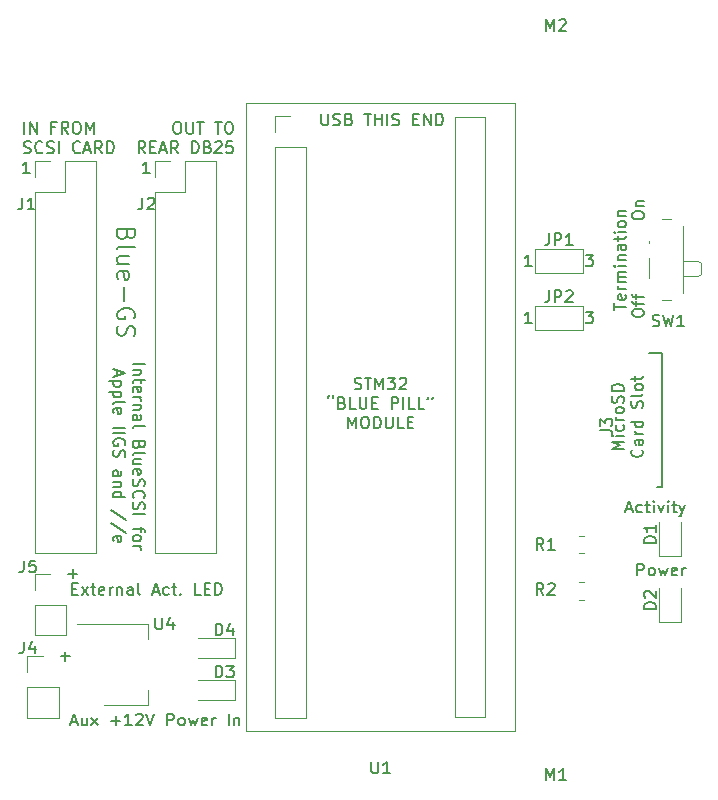
<source format=gbr>
%TF.GenerationSoftware,KiCad,Pcbnew,(5.1.8-0-10_14)*%
%TF.CreationDate,2021-05-17T09:41:11-06:00*%
%TF.ProjectId,bluescsi_iigs_internal,626c7565-7363-4736-995f-696967735f69,rev?*%
%TF.SameCoordinates,Original*%
%TF.FileFunction,Legend,Top*%
%TF.FilePolarity,Positive*%
%FSLAX46Y46*%
G04 Gerber Fmt 4.6, Leading zero omitted, Abs format (unit mm)*
G04 Created by KiCad (PCBNEW (5.1.8-0-10_14)) date 2021-05-17 09:41:11*
%MOMM*%
%LPD*%
G01*
G04 APERTURE LIST*
%ADD10C,0.150000*%
%ADD11C,0.120000*%
%ADD12C,0.200000*%
G04 APERTURE END LIST*
D10*
X133939595Y-89463571D02*
X134272928Y-89463571D01*
X134415785Y-89987380D02*
X133939595Y-89987380D01*
X133939595Y-88987380D01*
X134415785Y-88987380D01*
X134749119Y-89987380D02*
X135272928Y-89320714D01*
X134749119Y-89320714D02*
X135272928Y-89987380D01*
X135511023Y-89320714D02*
X135891976Y-89320714D01*
X135653880Y-88987380D02*
X135653880Y-89844523D01*
X135701500Y-89939761D01*
X135796738Y-89987380D01*
X135891976Y-89987380D01*
X136606261Y-89939761D02*
X136511023Y-89987380D01*
X136320547Y-89987380D01*
X136225309Y-89939761D01*
X136177690Y-89844523D01*
X136177690Y-89463571D01*
X136225309Y-89368333D01*
X136320547Y-89320714D01*
X136511023Y-89320714D01*
X136606261Y-89368333D01*
X136653880Y-89463571D01*
X136653880Y-89558809D01*
X136177690Y-89654047D01*
X137082452Y-89987380D02*
X137082452Y-89320714D01*
X137082452Y-89511190D02*
X137130071Y-89415952D01*
X137177690Y-89368333D01*
X137272928Y-89320714D01*
X137368166Y-89320714D01*
X137701500Y-89320714D02*
X137701500Y-89987380D01*
X137701500Y-89415952D02*
X137749119Y-89368333D01*
X137844357Y-89320714D01*
X137987214Y-89320714D01*
X138082452Y-89368333D01*
X138130071Y-89463571D01*
X138130071Y-89987380D01*
X139034833Y-89987380D02*
X139034833Y-89463571D01*
X138987214Y-89368333D01*
X138891976Y-89320714D01*
X138701500Y-89320714D01*
X138606261Y-89368333D01*
X139034833Y-89939761D02*
X138939595Y-89987380D01*
X138701500Y-89987380D01*
X138606261Y-89939761D01*
X138558642Y-89844523D01*
X138558642Y-89749285D01*
X138606261Y-89654047D01*
X138701500Y-89606428D01*
X138939595Y-89606428D01*
X139034833Y-89558809D01*
X139653880Y-89987380D02*
X139558642Y-89939761D01*
X139511023Y-89844523D01*
X139511023Y-88987380D01*
X140749119Y-89701666D02*
X141225309Y-89701666D01*
X140653880Y-89987380D02*
X140987214Y-88987380D01*
X141320547Y-89987380D01*
X142082452Y-89939761D02*
X141987214Y-89987380D01*
X141796738Y-89987380D01*
X141701500Y-89939761D01*
X141653880Y-89892142D01*
X141606261Y-89796904D01*
X141606261Y-89511190D01*
X141653880Y-89415952D01*
X141701500Y-89368333D01*
X141796738Y-89320714D01*
X141987214Y-89320714D01*
X142082452Y-89368333D01*
X142368166Y-89320714D02*
X142749119Y-89320714D01*
X142511023Y-88987380D02*
X142511023Y-89844523D01*
X142558642Y-89939761D01*
X142653880Y-89987380D01*
X142749119Y-89987380D01*
X143082452Y-89892142D02*
X143130071Y-89939761D01*
X143082452Y-89987380D01*
X143034833Y-89939761D01*
X143082452Y-89892142D01*
X143082452Y-89987380D01*
X144796738Y-89987380D02*
X144320547Y-89987380D01*
X144320547Y-88987380D01*
X145130071Y-89463571D02*
X145463404Y-89463571D01*
X145606261Y-89987380D02*
X145130071Y-89987380D01*
X145130071Y-88987380D01*
X145606261Y-88987380D01*
X146034833Y-89987380D02*
X146034833Y-88987380D01*
X146272928Y-88987380D01*
X146415785Y-89035000D01*
X146511023Y-89130238D01*
X146558642Y-89225476D01*
X146606261Y-89415952D01*
X146606261Y-89558809D01*
X146558642Y-89749285D01*
X146511023Y-89844523D01*
X146415785Y-89939761D01*
X146272928Y-89987380D01*
X146034833Y-89987380D01*
X134365952Y-88193571D02*
X133604047Y-88193571D01*
X133985000Y-87812619D02*
X133985000Y-88574523D01*
X138537142Y-59500000D02*
X138465714Y-59714285D01*
X138394285Y-59785714D01*
X138251428Y-59857142D01*
X138037142Y-59857142D01*
X137894285Y-59785714D01*
X137822857Y-59714285D01*
X137751428Y-59571428D01*
X137751428Y-59000000D01*
X139251428Y-59000000D01*
X139251428Y-59500000D01*
X139180000Y-59642857D01*
X139108571Y-59714285D01*
X138965714Y-59785714D01*
X138822857Y-59785714D01*
X138680000Y-59714285D01*
X138608571Y-59642857D01*
X138537142Y-59500000D01*
X138537142Y-59000000D01*
X137751428Y-60714285D02*
X137822857Y-60571428D01*
X137965714Y-60500000D01*
X139251428Y-60500000D01*
X138751428Y-61928571D02*
X137751428Y-61928571D01*
X138751428Y-61285714D02*
X137965714Y-61285714D01*
X137822857Y-61357142D01*
X137751428Y-61500000D01*
X137751428Y-61714285D01*
X137822857Y-61857142D01*
X137894285Y-61928571D01*
X137822857Y-63214285D02*
X137751428Y-63071428D01*
X137751428Y-62785714D01*
X137822857Y-62642857D01*
X137965714Y-62571428D01*
X138537142Y-62571428D01*
X138680000Y-62642857D01*
X138751428Y-62785714D01*
X138751428Y-63071428D01*
X138680000Y-63214285D01*
X138537142Y-63285714D01*
X138394285Y-63285714D01*
X138251428Y-62571428D01*
X138322857Y-63928571D02*
X138322857Y-65071428D01*
X139180000Y-66571428D02*
X139251428Y-66428571D01*
X139251428Y-66214285D01*
X139180000Y-66000000D01*
X139037142Y-65857142D01*
X138894285Y-65785714D01*
X138608571Y-65714285D01*
X138394285Y-65714285D01*
X138108571Y-65785714D01*
X137965714Y-65857142D01*
X137822857Y-66000000D01*
X137751428Y-66214285D01*
X137751428Y-66357142D01*
X137822857Y-66571428D01*
X137894285Y-66642857D01*
X138394285Y-66642857D01*
X138394285Y-66357142D01*
X137822857Y-67214285D02*
X137751428Y-67428571D01*
X137751428Y-67785714D01*
X137822857Y-67928571D01*
X137894285Y-68000000D01*
X138037142Y-68071428D01*
X138180000Y-68071428D01*
X138322857Y-68000000D01*
X138394285Y-67928571D01*
X138465714Y-67785714D01*
X138537142Y-67500000D01*
X138608571Y-67357142D01*
X138680000Y-67285714D01*
X138822857Y-67214285D01*
X138965714Y-67214285D01*
X139108571Y-67285714D01*
X139180000Y-67357142D01*
X139251428Y-67500000D01*
X139251428Y-67857142D01*
X139180000Y-68071428D01*
X133730952Y-95178571D02*
X132969047Y-95178571D01*
X133350000Y-94797619D02*
X133350000Y-95559523D01*
X133827142Y-100750666D02*
X134303333Y-100750666D01*
X133731904Y-101036380D02*
X134065238Y-100036380D01*
X134398571Y-101036380D01*
X135160476Y-100369714D02*
X135160476Y-101036380D01*
X134731904Y-100369714D02*
X134731904Y-100893523D01*
X134779523Y-100988761D01*
X134874761Y-101036380D01*
X135017619Y-101036380D01*
X135112857Y-100988761D01*
X135160476Y-100941142D01*
X135541428Y-101036380D02*
X136065238Y-100369714D01*
X135541428Y-100369714D02*
X136065238Y-101036380D01*
X137208095Y-100655428D02*
X137970000Y-100655428D01*
X137589047Y-101036380D02*
X137589047Y-100274476D01*
X138970000Y-101036380D02*
X138398571Y-101036380D01*
X138684285Y-101036380D02*
X138684285Y-100036380D01*
X138589047Y-100179238D01*
X138493809Y-100274476D01*
X138398571Y-100322095D01*
X139350952Y-100131619D02*
X139398571Y-100084000D01*
X139493809Y-100036380D01*
X139731904Y-100036380D01*
X139827142Y-100084000D01*
X139874761Y-100131619D01*
X139922380Y-100226857D01*
X139922380Y-100322095D01*
X139874761Y-100464952D01*
X139303333Y-101036380D01*
X139922380Y-101036380D01*
X140208095Y-100036380D02*
X140541428Y-101036380D01*
X140874761Y-100036380D01*
X141970000Y-101036380D02*
X141970000Y-100036380D01*
X142350952Y-100036380D01*
X142446190Y-100084000D01*
X142493809Y-100131619D01*
X142541428Y-100226857D01*
X142541428Y-100369714D01*
X142493809Y-100464952D01*
X142446190Y-100512571D01*
X142350952Y-100560190D01*
X141970000Y-100560190D01*
X143112857Y-101036380D02*
X143017619Y-100988761D01*
X142970000Y-100941142D01*
X142922380Y-100845904D01*
X142922380Y-100560190D01*
X142970000Y-100464952D01*
X143017619Y-100417333D01*
X143112857Y-100369714D01*
X143255714Y-100369714D01*
X143350952Y-100417333D01*
X143398571Y-100464952D01*
X143446190Y-100560190D01*
X143446190Y-100845904D01*
X143398571Y-100941142D01*
X143350952Y-100988761D01*
X143255714Y-101036380D01*
X143112857Y-101036380D01*
X143779523Y-100369714D02*
X143970000Y-101036380D01*
X144160476Y-100560190D01*
X144350952Y-101036380D01*
X144541428Y-100369714D01*
X145303333Y-100988761D02*
X145208095Y-101036380D01*
X145017619Y-101036380D01*
X144922380Y-100988761D01*
X144874761Y-100893523D01*
X144874761Y-100512571D01*
X144922380Y-100417333D01*
X145017619Y-100369714D01*
X145208095Y-100369714D01*
X145303333Y-100417333D01*
X145350952Y-100512571D01*
X145350952Y-100607809D01*
X144874761Y-100703047D01*
X145779523Y-101036380D02*
X145779523Y-100369714D01*
X145779523Y-100560190D02*
X145827142Y-100464952D01*
X145874761Y-100417333D01*
X145970000Y-100369714D01*
X146065238Y-100369714D01*
X147160476Y-101036380D02*
X147160476Y-100036380D01*
X147636666Y-100369714D02*
X147636666Y-101036380D01*
X147636666Y-100464952D02*
X147684285Y-100417333D01*
X147779523Y-100369714D01*
X147922380Y-100369714D01*
X148017619Y-100417333D01*
X148065238Y-100512571D01*
X148065238Y-101036380D01*
X180602380Y-77668095D02*
X179602380Y-77668095D01*
X180316666Y-77334761D01*
X179602380Y-77001428D01*
X180602380Y-77001428D01*
X180602380Y-76525238D02*
X179935714Y-76525238D01*
X179602380Y-76525238D02*
X179650000Y-76572857D01*
X179697619Y-76525238D01*
X179650000Y-76477619D01*
X179602380Y-76525238D01*
X179697619Y-76525238D01*
X180554761Y-75620476D02*
X180602380Y-75715714D01*
X180602380Y-75906190D01*
X180554761Y-76001428D01*
X180507142Y-76049047D01*
X180411904Y-76096666D01*
X180126190Y-76096666D01*
X180030952Y-76049047D01*
X179983333Y-76001428D01*
X179935714Y-75906190D01*
X179935714Y-75715714D01*
X179983333Y-75620476D01*
X180602380Y-75191904D02*
X179935714Y-75191904D01*
X180126190Y-75191904D02*
X180030952Y-75144285D01*
X179983333Y-75096666D01*
X179935714Y-75001428D01*
X179935714Y-74906190D01*
X180602380Y-74430000D02*
X180554761Y-74525238D01*
X180507142Y-74572857D01*
X180411904Y-74620476D01*
X180126190Y-74620476D01*
X180030952Y-74572857D01*
X179983333Y-74525238D01*
X179935714Y-74430000D01*
X179935714Y-74287142D01*
X179983333Y-74191904D01*
X180030952Y-74144285D01*
X180126190Y-74096666D01*
X180411904Y-74096666D01*
X180507142Y-74144285D01*
X180554761Y-74191904D01*
X180602380Y-74287142D01*
X180602380Y-74430000D01*
X180554761Y-73715714D02*
X180602380Y-73572857D01*
X180602380Y-73334761D01*
X180554761Y-73239523D01*
X180507142Y-73191904D01*
X180411904Y-73144285D01*
X180316666Y-73144285D01*
X180221428Y-73191904D01*
X180173809Y-73239523D01*
X180126190Y-73334761D01*
X180078571Y-73525238D01*
X180030952Y-73620476D01*
X179983333Y-73668095D01*
X179888095Y-73715714D01*
X179792857Y-73715714D01*
X179697619Y-73668095D01*
X179650000Y-73620476D01*
X179602380Y-73525238D01*
X179602380Y-73287142D01*
X179650000Y-73144285D01*
X180602380Y-72715714D02*
X179602380Y-72715714D01*
X179602380Y-72477619D01*
X179650000Y-72334761D01*
X179745238Y-72239523D01*
X179840476Y-72191904D01*
X180030952Y-72144285D01*
X180173809Y-72144285D01*
X180364285Y-72191904D01*
X180459523Y-72239523D01*
X180554761Y-72334761D01*
X180602380Y-72477619D01*
X180602380Y-72715714D01*
X182157142Y-77691904D02*
X182204761Y-77739523D01*
X182252380Y-77882380D01*
X182252380Y-77977619D01*
X182204761Y-78120476D01*
X182109523Y-78215714D01*
X182014285Y-78263333D01*
X181823809Y-78310952D01*
X181680952Y-78310952D01*
X181490476Y-78263333D01*
X181395238Y-78215714D01*
X181300000Y-78120476D01*
X181252380Y-77977619D01*
X181252380Y-77882380D01*
X181300000Y-77739523D01*
X181347619Y-77691904D01*
X182252380Y-76834761D02*
X181728571Y-76834761D01*
X181633333Y-76882380D01*
X181585714Y-76977619D01*
X181585714Y-77168095D01*
X181633333Y-77263333D01*
X182204761Y-76834761D02*
X182252380Y-76930000D01*
X182252380Y-77168095D01*
X182204761Y-77263333D01*
X182109523Y-77310952D01*
X182014285Y-77310952D01*
X181919047Y-77263333D01*
X181871428Y-77168095D01*
X181871428Y-76930000D01*
X181823809Y-76834761D01*
X182252380Y-76358571D02*
X181585714Y-76358571D01*
X181776190Y-76358571D02*
X181680952Y-76310952D01*
X181633333Y-76263333D01*
X181585714Y-76168095D01*
X181585714Y-76072857D01*
X182252380Y-75310952D02*
X181252380Y-75310952D01*
X182204761Y-75310952D02*
X182252380Y-75406190D01*
X182252380Y-75596666D01*
X182204761Y-75691904D01*
X182157142Y-75739523D01*
X182061904Y-75787142D01*
X181776190Y-75787142D01*
X181680952Y-75739523D01*
X181633333Y-75691904D01*
X181585714Y-75596666D01*
X181585714Y-75406190D01*
X181633333Y-75310952D01*
X182204761Y-74120476D02*
X182252380Y-73977619D01*
X182252380Y-73739523D01*
X182204761Y-73644285D01*
X182157142Y-73596666D01*
X182061904Y-73549047D01*
X181966666Y-73549047D01*
X181871428Y-73596666D01*
X181823809Y-73644285D01*
X181776190Y-73739523D01*
X181728571Y-73930000D01*
X181680952Y-74025238D01*
X181633333Y-74072857D01*
X181538095Y-74120476D01*
X181442857Y-74120476D01*
X181347619Y-74072857D01*
X181300000Y-74025238D01*
X181252380Y-73930000D01*
X181252380Y-73691904D01*
X181300000Y-73549047D01*
X182252380Y-72977619D02*
X182204761Y-73072857D01*
X182109523Y-73120476D01*
X181252380Y-73120476D01*
X182252380Y-72453809D02*
X182204761Y-72549047D01*
X182157142Y-72596666D01*
X182061904Y-72644285D01*
X181776190Y-72644285D01*
X181680952Y-72596666D01*
X181633333Y-72549047D01*
X181585714Y-72453809D01*
X181585714Y-72310952D01*
X181633333Y-72215714D01*
X181680952Y-72168095D01*
X181776190Y-72120476D01*
X182061904Y-72120476D01*
X182157142Y-72168095D01*
X182204761Y-72215714D01*
X182252380Y-72310952D01*
X182252380Y-72453809D01*
X181585714Y-71834761D02*
X181585714Y-71453809D01*
X181252380Y-71691904D02*
X182109523Y-71691904D01*
X182204761Y-71644285D01*
X182252380Y-71549047D01*
X182252380Y-71453809D01*
X181316380Y-66198666D02*
X181316380Y-66008190D01*
X181364000Y-65912952D01*
X181459238Y-65817714D01*
X181649714Y-65770095D01*
X181983047Y-65770095D01*
X182173523Y-65817714D01*
X182268761Y-65912952D01*
X182316380Y-66008190D01*
X182316380Y-66198666D01*
X182268761Y-66293904D01*
X182173523Y-66389142D01*
X181983047Y-66436761D01*
X181649714Y-66436761D01*
X181459238Y-66389142D01*
X181364000Y-66293904D01*
X181316380Y-66198666D01*
X181649714Y-65484380D02*
X181649714Y-65103428D01*
X182316380Y-65341523D02*
X181459238Y-65341523D01*
X181364000Y-65293904D01*
X181316380Y-65198666D01*
X181316380Y-65103428D01*
X181649714Y-64912952D02*
X181649714Y-64532000D01*
X182316380Y-64770095D02*
X181459238Y-64770095D01*
X181364000Y-64722476D01*
X181316380Y-64627238D01*
X181316380Y-64532000D01*
X181316380Y-57951619D02*
X181316380Y-57761142D01*
X181364000Y-57665904D01*
X181459238Y-57570666D01*
X181649714Y-57523047D01*
X181983047Y-57523047D01*
X182173523Y-57570666D01*
X182268761Y-57665904D01*
X182316380Y-57761142D01*
X182316380Y-57951619D01*
X182268761Y-58046857D01*
X182173523Y-58142095D01*
X181983047Y-58189714D01*
X181649714Y-58189714D01*
X181459238Y-58142095D01*
X181364000Y-58046857D01*
X181316380Y-57951619D01*
X181649714Y-57094476D02*
X182316380Y-57094476D01*
X181744952Y-57094476D02*
X181697333Y-57046857D01*
X181649714Y-56951619D01*
X181649714Y-56808761D01*
X181697333Y-56713523D01*
X181792571Y-56665904D01*
X182316380Y-56665904D01*
X179792380Y-65856904D02*
X179792380Y-65285476D01*
X180792380Y-65571190D02*
X179792380Y-65571190D01*
X180744761Y-64571190D02*
X180792380Y-64666428D01*
X180792380Y-64856904D01*
X180744761Y-64952142D01*
X180649523Y-64999761D01*
X180268571Y-64999761D01*
X180173333Y-64952142D01*
X180125714Y-64856904D01*
X180125714Y-64666428D01*
X180173333Y-64571190D01*
X180268571Y-64523571D01*
X180363809Y-64523571D01*
X180459047Y-64999761D01*
X180792380Y-64095000D02*
X180125714Y-64095000D01*
X180316190Y-64095000D02*
X180220952Y-64047380D01*
X180173333Y-63999761D01*
X180125714Y-63904523D01*
X180125714Y-63809285D01*
X180792380Y-63475952D02*
X180125714Y-63475952D01*
X180220952Y-63475952D02*
X180173333Y-63428333D01*
X180125714Y-63333095D01*
X180125714Y-63190238D01*
X180173333Y-63095000D01*
X180268571Y-63047380D01*
X180792380Y-63047380D01*
X180268571Y-63047380D02*
X180173333Y-62999761D01*
X180125714Y-62904523D01*
X180125714Y-62761666D01*
X180173333Y-62666428D01*
X180268571Y-62618809D01*
X180792380Y-62618809D01*
X180792380Y-62142619D02*
X180125714Y-62142619D01*
X179792380Y-62142619D02*
X179840000Y-62190238D01*
X179887619Y-62142619D01*
X179840000Y-62095000D01*
X179792380Y-62142619D01*
X179887619Y-62142619D01*
X180125714Y-61666428D02*
X180792380Y-61666428D01*
X180220952Y-61666428D02*
X180173333Y-61618809D01*
X180125714Y-61523571D01*
X180125714Y-61380714D01*
X180173333Y-61285476D01*
X180268571Y-61237857D01*
X180792380Y-61237857D01*
X180792380Y-60333095D02*
X180268571Y-60333095D01*
X180173333Y-60380714D01*
X180125714Y-60475952D01*
X180125714Y-60666428D01*
X180173333Y-60761666D01*
X180744761Y-60333095D02*
X180792380Y-60428333D01*
X180792380Y-60666428D01*
X180744761Y-60761666D01*
X180649523Y-60809285D01*
X180554285Y-60809285D01*
X180459047Y-60761666D01*
X180411428Y-60666428D01*
X180411428Y-60428333D01*
X180363809Y-60333095D01*
X180125714Y-59999761D02*
X180125714Y-59618809D01*
X179792380Y-59856904D02*
X180649523Y-59856904D01*
X180744761Y-59809285D01*
X180792380Y-59714047D01*
X180792380Y-59618809D01*
X180792380Y-59285476D02*
X180125714Y-59285476D01*
X179792380Y-59285476D02*
X179840000Y-59333095D01*
X179887619Y-59285476D01*
X179840000Y-59237857D01*
X179792380Y-59285476D01*
X179887619Y-59285476D01*
X180792380Y-58666428D02*
X180744761Y-58761666D01*
X180697142Y-58809285D01*
X180601904Y-58856904D01*
X180316190Y-58856904D01*
X180220952Y-58809285D01*
X180173333Y-58761666D01*
X180125714Y-58666428D01*
X180125714Y-58523571D01*
X180173333Y-58428333D01*
X180220952Y-58380714D01*
X180316190Y-58333095D01*
X180601904Y-58333095D01*
X180697142Y-58380714D01*
X180744761Y-58428333D01*
X180792380Y-58523571D01*
X180792380Y-58666428D01*
X180125714Y-57904523D02*
X180792380Y-57904523D01*
X180220952Y-57904523D02*
X180173333Y-57856904D01*
X180125714Y-57761666D01*
X180125714Y-57618809D01*
X180173333Y-57523571D01*
X180268571Y-57475952D01*
X180792380Y-57475952D01*
X181767023Y-88336380D02*
X181767023Y-87336380D01*
X182147976Y-87336380D01*
X182243214Y-87384000D01*
X182290833Y-87431619D01*
X182338452Y-87526857D01*
X182338452Y-87669714D01*
X182290833Y-87764952D01*
X182243214Y-87812571D01*
X182147976Y-87860190D01*
X181767023Y-87860190D01*
X182909880Y-88336380D02*
X182814642Y-88288761D01*
X182767023Y-88241142D01*
X182719404Y-88145904D01*
X182719404Y-87860190D01*
X182767023Y-87764952D01*
X182814642Y-87717333D01*
X182909880Y-87669714D01*
X183052738Y-87669714D01*
X183147976Y-87717333D01*
X183195595Y-87764952D01*
X183243214Y-87860190D01*
X183243214Y-88145904D01*
X183195595Y-88241142D01*
X183147976Y-88288761D01*
X183052738Y-88336380D01*
X182909880Y-88336380D01*
X183576547Y-87669714D02*
X183767023Y-88336380D01*
X183957500Y-87860190D01*
X184147976Y-88336380D01*
X184338452Y-87669714D01*
X185100357Y-88288761D02*
X185005119Y-88336380D01*
X184814642Y-88336380D01*
X184719404Y-88288761D01*
X184671785Y-88193523D01*
X184671785Y-87812571D01*
X184719404Y-87717333D01*
X184814642Y-87669714D01*
X185005119Y-87669714D01*
X185100357Y-87717333D01*
X185147976Y-87812571D01*
X185147976Y-87907809D01*
X184671785Y-88003047D01*
X185576547Y-88336380D02*
X185576547Y-87669714D01*
X185576547Y-87860190D02*
X185624166Y-87764952D01*
X185671785Y-87717333D01*
X185767023Y-87669714D01*
X185862261Y-87669714D01*
X180814642Y-82716666D02*
X181290833Y-82716666D01*
X180719404Y-83002380D02*
X181052738Y-82002380D01*
X181386071Y-83002380D01*
X182147976Y-82954761D02*
X182052738Y-83002380D01*
X181862261Y-83002380D01*
X181767023Y-82954761D01*
X181719404Y-82907142D01*
X181671785Y-82811904D01*
X181671785Y-82526190D01*
X181719404Y-82430952D01*
X181767023Y-82383333D01*
X181862261Y-82335714D01*
X182052738Y-82335714D01*
X182147976Y-82383333D01*
X182433690Y-82335714D02*
X182814642Y-82335714D01*
X182576547Y-82002380D02*
X182576547Y-82859523D01*
X182624166Y-82954761D01*
X182719404Y-83002380D01*
X182814642Y-83002380D01*
X183147976Y-83002380D02*
X183147976Y-82335714D01*
X183147976Y-82002380D02*
X183100357Y-82050000D01*
X183147976Y-82097619D01*
X183195595Y-82050000D01*
X183147976Y-82002380D01*
X183147976Y-82097619D01*
X183528928Y-82335714D02*
X183767023Y-83002380D01*
X184005119Y-82335714D01*
X184386071Y-83002380D02*
X184386071Y-82335714D01*
X184386071Y-82002380D02*
X184338452Y-82050000D01*
X184386071Y-82097619D01*
X184433690Y-82050000D01*
X184386071Y-82002380D01*
X184386071Y-82097619D01*
X184719404Y-82335714D02*
X185100357Y-82335714D01*
X184862261Y-82002380D02*
X184862261Y-82859523D01*
X184909880Y-82954761D01*
X185005119Y-83002380D01*
X185100357Y-83002380D01*
X185338452Y-82335714D02*
X185576547Y-83002380D01*
X185814642Y-82335714D02*
X185576547Y-83002380D01*
X185481309Y-83240476D01*
X185433690Y-83288095D01*
X185338452Y-83335714D01*
X139056619Y-70446285D02*
X140056619Y-70446285D01*
X139723285Y-70922476D02*
X139056619Y-70922476D01*
X139628047Y-70922476D02*
X139675666Y-70970095D01*
X139723285Y-71065333D01*
X139723285Y-71208190D01*
X139675666Y-71303428D01*
X139580428Y-71351047D01*
X139056619Y-71351047D01*
X139723285Y-71684380D02*
X139723285Y-72065333D01*
X140056619Y-71827238D02*
X139199476Y-71827238D01*
X139104238Y-71874857D01*
X139056619Y-71970095D01*
X139056619Y-72065333D01*
X139104238Y-72779619D02*
X139056619Y-72684380D01*
X139056619Y-72493904D01*
X139104238Y-72398666D01*
X139199476Y-72351047D01*
X139580428Y-72351047D01*
X139675666Y-72398666D01*
X139723285Y-72493904D01*
X139723285Y-72684380D01*
X139675666Y-72779619D01*
X139580428Y-72827238D01*
X139485190Y-72827238D01*
X139389952Y-72351047D01*
X139056619Y-73255809D02*
X139723285Y-73255809D01*
X139532809Y-73255809D02*
X139628047Y-73303428D01*
X139675666Y-73351047D01*
X139723285Y-73446285D01*
X139723285Y-73541523D01*
X139723285Y-73874857D02*
X139056619Y-73874857D01*
X139628047Y-73874857D02*
X139675666Y-73922476D01*
X139723285Y-74017714D01*
X139723285Y-74160571D01*
X139675666Y-74255809D01*
X139580428Y-74303428D01*
X139056619Y-74303428D01*
X139056619Y-75208190D02*
X139580428Y-75208190D01*
X139675666Y-75160571D01*
X139723285Y-75065333D01*
X139723285Y-74874857D01*
X139675666Y-74779619D01*
X139104238Y-75208190D02*
X139056619Y-75112952D01*
X139056619Y-74874857D01*
X139104238Y-74779619D01*
X139199476Y-74732000D01*
X139294714Y-74732000D01*
X139389952Y-74779619D01*
X139437571Y-74874857D01*
X139437571Y-75112952D01*
X139485190Y-75208190D01*
X139056619Y-75827238D02*
X139104238Y-75732000D01*
X139199476Y-75684380D01*
X140056619Y-75684380D01*
X139580428Y-77303428D02*
X139532809Y-77446285D01*
X139485190Y-77493904D01*
X139389952Y-77541523D01*
X139247095Y-77541523D01*
X139151857Y-77493904D01*
X139104238Y-77446285D01*
X139056619Y-77351047D01*
X139056619Y-76970095D01*
X140056619Y-76970095D01*
X140056619Y-77303428D01*
X140009000Y-77398666D01*
X139961380Y-77446285D01*
X139866142Y-77493904D01*
X139770904Y-77493904D01*
X139675666Y-77446285D01*
X139628047Y-77398666D01*
X139580428Y-77303428D01*
X139580428Y-76970095D01*
X139056619Y-78112952D02*
X139104238Y-78017714D01*
X139199476Y-77970095D01*
X140056619Y-77970095D01*
X139723285Y-78922476D02*
X139056619Y-78922476D01*
X139723285Y-78493904D02*
X139199476Y-78493904D01*
X139104238Y-78541523D01*
X139056619Y-78636761D01*
X139056619Y-78779619D01*
X139104238Y-78874857D01*
X139151857Y-78922476D01*
X139104238Y-79779619D02*
X139056619Y-79684380D01*
X139056619Y-79493904D01*
X139104238Y-79398666D01*
X139199476Y-79351047D01*
X139580428Y-79351047D01*
X139675666Y-79398666D01*
X139723285Y-79493904D01*
X139723285Y-79684380D01*
X139675666Y-79779619D01*
X139580428Y-79827238D01*
X139485190Y-79827238D01*
X139389952Y-79351047D01*
X139104238Y-80208190D02*
X139056619Y-80351047D01*
X139056619Y-80589142D01*
X139104238Y-80684380D01*
X139151857Y-80732000D01*
X139247095Y-80779619D01*
X139342333Y-80779619D01*
X139437571Y-80732000D01*
X139485190Y-80684380D01*
X139532809Y-80589142D01*
X139580428Y-80398666D01*
X139628047Y-80303428D01*
X139675666Y-80255809D01*
X139770904Y-80208190D01*
X139866142Y-80208190D01*
X139961380Y-80255809D01*
X140009000Y-80303428D01*
X140056619Y-80398666D01*
X140056619Y-80636761D01*
X140009000Y-80779619D01*
X139151857Y-81779619D02*
X139104238Y-81732000D01*
X139056619Y-81589142D01*
X139056619Y-81493904D01*
X139104238Y-81351047D01*
X139199476Y-81255809D01*
X139294714Y-81208190D01*
X139485190Y-81160571D01*
X139628047Y-81160571D01*
X139818523Y-81208190D01*
X139913761Y-81255809D01*
X140009000Y-81351047D01*
X140056619Y-81493904D01*
X140056619Y-81589142D01*
X140009000Y-81732000D01*
X139961380Y-81779619D01*
X139104238Y-82160571D02*
X139056619Y-82303428D01*
X139056619Y-82541523D01*
X139104238Y-82636761D01*
X139151857Y-82684380D01*
X139247095Y-82732000D01*
X139342333Y-82732000D01*
X139437571Y-82684380D01*
X139485190Y-82636761D01*
X139532809Y-82541523D01*
X139580428Y-82351047D01*
X139628047Y-82255809D01*
X139675666Y-82208190D01*
X139770904Y-82160571D01*
X139866142Y-82160571D01*
X139961380Y-82208190D01*
X140009000Y-82255809D01*
X140056619Y-82351047D01*
X140056619Y-82589142D01*
X140009000Y-82732000D01*
X139056619Y-83160571D02*
X140056619Y-83160571D01*
X139723285Y-84255809D02*
X139723285Y-84636761D01*
X139056619Y-84398666D02*
X139913761Y-84398666D01*
X140009000Y-84446285D01*
X140056619Y-84541523D01*
X140056619Y-84636761D01*
X139056619Y-85112952D02*
X139104238Y-85017714D01*
X139151857Y-84970095D01*
X139247095Y-84922476D01*
X139532809Y-84922476D01*
X139628047Y-84970095D01*
X139675666Y-85017714D01*
X139723285Y-85112952D01*
X139723285Y-85255809D01*
X139675666Y-85351047D01*
X139628047Y-85398666D01*
X139532809Y-85446285D01*
X139247095Y-85446285D01*
X139151857Y-85398666D01*
X139104238Y-85351047D01*
X139056619Y-85255809D01*
X139056619Y-85112952D01*
X139056619Y-85874857D02*
X139723285Y-85874857D01*
X139532809Y-85874857D02*
X139628047Y-85922476D01*
X139675666Y-85970095D01*
X139723285Y-86065333D01*
X139723285Y-86160571D01*
X137692333Y-70970095D02*
X137692333Y-71446285D01*
X137406619Y-70874857D02*
X138406619Y-71208190D01*
X137406619Y-71541523D01*
X138073285Y-71874857D02*
X137073285Y-71874857D01*
X138025666Y-71874857D02*
X138073285Y-71970095D01*
X138073285Y-72160571D01*
X138025666Y-72255809D01*
X137978047Y-72303428D01*
X137882809Y-72351047D01*
X137597095Y-72351047D01*
X137501857Y-72303428D01*
X137454238Y-72255809D01*
X137406619Y-72160571D01*
X137406619Y-71970095D01*
X137454238Y-71874857D01*
X138073285Y-72779619D02*
X137073285Y-72779619D01*
X138025666Y-72779619D02*
X138073285Y-72874857D01*
X138073285Y-73065333D01*
X138025666Y-73160571D01*
X137978047Y-73208190D01*
X137882809Y-73255809D01*
X137597095Y-73255809D01*
X137501857Y-73208190D01*
X137454238Y-73160571D01*
X137406619Y-73065333D01*
X137406619Y-72874857D01*
X137454238Y-72779619D01*
X137406619Y-73827238D02*
X137454238Y-73732000D01*
X137549476Y-73684380D01*
X138406619Y-73684380D01*
X137454238Y-74589142D02*
X137406619Y-74493904D01*
X137406619Y-74303428D01*
X137454238Y-74208190D01*
X137549476Y-74160571D01*
X137930428Y-74160571D01*
X138025666Y-74208190D01*
X138073285Y-74303428D01*
X138073285Y-74493904D01*
X138025666Y-74589142D01*
X137930428Y-74636761D01*
X137835190Y-74636761D01*
X137739952Y-74160571D01*
X137406619Y-75827238D02*
X138406619Y-75827238D01*
X137406619Y-76303428D02*
X138406619Y-76303428D01*
X138359000Y-77303428D02*
X138406619Y-77208190D01*
X138406619Y-77065333D01*
X138359000Y-76922476D01*
X138263761Y-76827238D01*
X138168523Y-76779619D01*
X137978047Y-76732000D01*
X137835190Y-76732000D01*
X137644714Y-76779619D01*
X137549476Y-76827238D01*
X137454238Y-76922476D01*
X137406619Y-77065333D01*
X137406619Y-77160571D01*
X137454238Y-77303428D01*
X137501857Y-77351047D01*
X137835190Y-77351047D01*
X137835190Y-77160571D01*
X137454238Y-77732000D02*
X137406619Y-77874857D01*
X137406619Y-78112952D01*
X137454238Y-78208190D01*
X137501857Y-78255809D01*
X137597095Y-78303428D01*
X137692333Y-78303428D01*
X137787571Y-78255809D01*
X137835190Y-78208190D01*
X137882809Y-78112952D01*
X137930428Y-77922476D01*
X137978047Y-77827238D01*
X138025666Y-77779619D01*
X138120904Y-77732000D01*
X138216142Y-77732000D01*
X138311380Y-77779619D01*
X138359000Y-77827238D01*
X138406619Y-77922476D01*
X138406619Y-78160571D01*
X138359000Y-78303428D01*
X137406619Y-79922476D02*
X137930428Y-79922476D01*
X138025666Y-79874857D01*
X138073285Y-79779619D01*
X138073285Y-79589142D01*
X138025666Y-79493904D01*
X137454238Y-79922476D02*
X137406619Y-79827238D01*
X137406619Y-79589142D01*
X137454238Y-79493904D01*
X137549476Y-79446285D01*
X137644714Y-79446285D01*
X137739952Y-79493904D01*
X137787571Y-79589142D01*
X137787571Y-79827238D01*
X137835190Y-79922476D01*
X138073285Y-80398666D02*
X137406619Y-80398666D01*
X137978047Y-80398666D02*
X138025666Y-80446285D01*
X138073285Y-80541523D01*
X138073285Y-80684380D01*
X138025666Y-80779619D01*
X137930428Y-80827238D01*
X137406619Y-80827238D01*
X137406619Y-81732000D02*
X138406619Y-81732000D01*
X137454238Y-81732000D02*
X137406619Y-81636761D01*
X137406619Y-81446285D01*
X137454238Y-81351047D01*
X137501857Y-81303428D01*
X137597095Y-81255809D01*
X137882809Y-81255809D01*
X137978047Y-81303428D01*
X138025666Y-81351047D01*
X138073285Y-81446285D01*
X138073285Y-81636761D01*
X138025666Y-81732000D01*
X138454238Y-83684380D02*
X137168523Y-82827238D01*
X138454238Y-84732000D02*
X137168523Y-83874857D01*
X137454238Y-85446285D02*
X137406619Y-85351047D01*
X137406619Y-85160571D01*
X137454238Y-85065333D01*
X137549476Y-85017714D01*
X137930428Y-85017714D01*
X138025666Y-85065333D01*
X138073285Y-85160571D01*
X138073285Y-85351047D01*
X138025666Y-85446285D01*
X137930428Y-85493904D01*
X137835190Y-85493904D01*
X137739952Y-85017714D01*
X157829523Y-72541761D02*
X157972380Y-72589380D01*
X158210476Y-72589380D01*
X158305714Y-72541761D01*
X158353333Y-72494142D01*
X158400952Y-72398904D01*
X158400952Y-72303666D01*
X158353333Y-72208428D01*
X158305714Y-72160809D01*
X158210476Y-72113190D01*
X158020000Y-72065571D01*
X157924761Y-72017952D01*
X157877142Y-71970333D01*
X157829523Y-71875095D01*
X157829523Y-71779857D01*
X157877142Y-71684619D01*
X157924761Y-71637000D01*
X158020000Y-71589380D01*
X158258095Y-71589380D01*
X158400952Y-71637000D01*
X158686666Y-71589380D02*
X159258095Y-71589380D01*
X158972380Y-72589380D02*
X158972380Y-71589380D01*
X159591428Y-72589380D02*
X159591428Y-71589380D01*
X159924761Y-72303666D01*
X160258095Y-71589380D01*
X160258095Y-72589380D01*
X160639047Y-71589380D02*
X161258095Y-71589380D01*
X160924761Y-71970333D01*
X161067619Y-71970333D01*
X161162857Y-72017952D01*
X161210476Y-72065571D01*
X161258095Y-72160809D01*
X161258095Y-72398904D01*
X161210476Y-72494142D01*
X161162857Y-72541761D01*
X161067619Y-72589380D01*
X160781904Y-72589380D01*
X160686666Y-72541761D01*
X160639047Y-72494142D01*
X161639047Y-71684619D02*
X161686666Y-71637000D01*
X161781904Y-71589380D01*
X162020000Y-71589380D01*
X162115238Y-71637000D01*
X162162857Y-71684619D01*
X162210476Y-71779857D01*
X162210476Y-71875095D01*
X162162857Y-72017952D01*
X161591428Y-72589380D01*
X162210476Y-72589380D01*
X155972380Y-73287000D02*
X155972380Y-73239380D01*
X156020000Y-73144142D01*
X156067619Y-73096523D01*
X155591428Y-73287000D02*
X155591428Y-73239380D01*
X155639047Y-73144142D01*
X155686666Y-73096523D01*
X156781904Y-73715571D02*
X156924761Y-73763190D01*
X156972380Y-73810809D01*
X157020000Y-73906047D01*
X157020000Y-74048904D01*
X156972380Y-74144142D01*
X156924761Y-74191761D01*
X156829523Y-74239380D01*
X156448571Y-74239380D01*
X156448571Y-73239380D01*
X156781904Y-73239380D01*
X156877142Y-73287000D01*
X156924761Y-73334619D01*
X156972380Y-73429857D01*
X156972380Y-73525095D01*
X156924761Y-73620333D01*
X156877142Y-73667952D01*
X156781904Y-73715571D01*
X156448571Y-73715571D01*
X157924761Y-74239380D02*
X157448571Y-74239380D01*
X157448571Y-73239380D01*
X158258095Y-73239380D02*
X158258095Y-74048904D01*
X158305714Y-74144142D01*
X158353333Y-74191761D01*
X158448571Y-74239380D01*
X158639047Y-74239380D01*
X158734285Y-74191761D01*
X158781904Y-74144142D01*
X158829523Y-74048904D01*
X158829523Y-73239380D01*
X159305714Y-73715571D02*
X159639047Y-73715571D01*
X159781904Y-74239380D02*
X159305714Y-74239380D01*
X159305714Y-73239380D01*
X159781904Y-73239380D01*
X160972380Y-74239380D02*
X160972380Y-73239380D01*
X161353333Y-73239380D01*
X161448571Y-73287000D01*
X161496190Y-73334619D01*
X161543809Y-73429857D01*
X161543809Y-73572714D01*
X161496190Y-73667952D01*
X161448571Y-73715571D01*
X161353333Y-73763190D01*
X160972380Y-73763190D01*
X161972380Y-74239380D02*
X161972380Y-73239380D01*
X162924761Y-74239380D02*
X162448571Y-74239380D01*
X162448571Y-73239380D01*
X163734285Y-74239380D02*
X163258095Y-74239380D01*
X163258095Y-73239380D01*
X164067619Y-73239380D02*
X164067619Y-73287000D01*
X164020000Y-73382238D01*
X163972380Y-73429857D01*
X164448571Y-73239380D02*
X164448571Y-73287000D01*
X164400952Y-73382238D01*
X164353333Y-73429857D01*
X157281904Y-75889380D02*
X157281904Y-74889380D01*
X157615238Y-75603666D01*
X157948571Y-74889380D01*
X157948571Y-75889380D01*
X158615238Y-74889380D02*
X158805714Y-74889380D01*
X158900952Y-74937000D01*
X158996190Y-75032238D01*
X159043809Y-75222714D01*
X159043809Y-75556047D01*
X158996190Y-75746523D01*
X158900952Y-75841761D01*
X158805714Y-75889380D01*
X158615238Y-75889380D01*
X158520000Y-75841761D01*
X158424761Y-75746523D01*
X158377142Y-75556047D01*
X158377142Y-75222714D01*
X158424761Y-75032238D01*
X158520000Y-74937000D01*
X158615238Y-74889380D01*
X159472380Y-75889380D02*
X159472380Y-74889380D01*
X159710476Y-74889380D01*
X159853333Y-74937000D01*
X159948571Y-75032238D01*
X159996190Y-75127476D01*
X160043809Y-75317952D01*
X160043809Y-75460809D01*
X159996190Y-75651285D01*
X159948571Y-75746523D01*
X159853333Y-75841761D01*
X159710476Y-75889380D01*
X159472380Y-75889380D01*
X160472380Y-74889380D02*
X160472380Y-75698904D01*
X160520000Y-75794142D01*
X160567619Y-75841761D01*
X160662857Y-75889380D01*
X160853333Y-75889380D01*
X160948571Y-75841761D01*
X160996190Y-75794142D01*
X161043809Y-75698904D01*
X161043809Y-74889380D01*
X161996190Y-75889380D02*
X161520000Y-75889380D01*
X161520000Y-74889380D01*
X162329523Y-75365571D02*
X162662857Y-75365571D01*
X162805714Y-75889380D02*
X162329523Y-75889380D01*
X162329523Y-74889380D01*
X162805714Y-74889380D01*
X130333714Y-54300380D02*
X129762285Y-54300380D01*
X130048000Y-54300380D02*
X130048000Y-53300380D01*
X129952761Y-53443238D01*
X129857523Y-53538476D01*
X129762285Y-53586095D01*
X140493714Y-54300380D02*
X139922285Y-54300380D01*
X140208000Y-54300380D02*
X140208000Y-53300380D01*
X140112761Y-53443238D01*
X140017523Y-53538476D01*
X139922285Y-53586095D01*
X155027952Y-49236380D02*
X155027952Y-50045904D01*
X155075571Y-50141142D01*
X155123190Y-50188761D01*
X155218428Y-50236380D01*
X155408904Y-50236380D01*
X155504142Y-50188761D01*
X155551761Y-50141142D01*
X155599380Y-50045904D01*
X155599380Y-49236380D01*
X156027952Y-50188761D02*
X156170809Y-50236380D01*
X156408904Y-50236380D01*
X156504142Y-50188761D01*
X156551761Y-50141142D01*
X156599380Y-50045904D01*
X156599380Y-49950666D01*
X156551761Y-49855428D01*
X156504142Y-49807809D01*
X156408904Y-49760190D01*
X156218428Y-49712571D01*
X156123190Y-49664952D01*
X156075571Y-49617333D01*
X156027952Y-49522095D01*
X156027952Y-49426857D01*
X156075571Y-49331619D01*
X156123190Y-49284000D01*
X156218428Y-49236380D01*
X156456523Y-49236380D01*
X156599380Y-49284000D01*
X157361285Y-49712571D02*
X157504142Y-49760190D01*
X157551761Y-49807809D01*
X157599380Y-49903047D01*
X157599380Y-50045904D01*
X157551761Y-50141142D01*
X157504142Y-50188761D01*
X157408904Y-50236380D01*
X157027952Y-50236380D01*
X157027952Y-49236380D01*
X157361285Y-49236380D01*
X157456523Y-49284000D01*
X157504142Y-49331619D01*
X157551761Y-49426857D01*
X157551761Y-49522095D01*
X157504142Y-49617333D01*
X157456523Y-49664952D01*
X157361285Y-49712571D01*
X157027952Y-49712571D01*
X158647000Y-49236380D02*
X159218428Y-49236380D01*
X158932714Y-50236380D02*
X158932714Y-49236380D01*
X159551761Y-50236380D02*
X159551761Y-49236380D01*
X159551761Y-49712571D02*
X160123190Y-49712571D01*
X160123190Y-50236380D02*
X160123190Y-49236380D01*
X160599380Y-50236380D02*
X160599380Y-49236380D01*
X161027952Y-50188761D02*
X161170809Y-50236380D01*
X161408904Y-50236380D01*
X161504142Y-50188761D01*
X161551761Y-50141142D01*
X161599380Y-50045904D01*
X161599380Y-49950666D01*
X161551761Y-49855428D01*
X161504142Y-49807809D01*
X161408904Y-49760190D01*
X161218428Y-49712571D01*
X161123190Y-49664952D01*
X161075571Y-49617333D01*
X161027952Y-49522095D01*
X161027952Y-49426857D01*
X161075571Y-49331619D01*
X161123190Y-49284000D01*
X161218428Y-49236380D01*
X161456523Y-49236380D01*
X161599380Y-49284000D01*
X162789857Y-49712571D02*
X163123190Y-49712571D01*
X163266047Y-50236380D02*
X162789857Y-50236380D01*
X162789857Y-49236380D01*
X163266047Y-49236380D01*
X163694619Y-50236380D02*
X163694619Y-49236380D01*
X164266047Y-50236380D01*
X164266047Y-49236380D01*
X164742238Y-50236380D02*
X164742238Y-49236380D01*
X164980333Y-49236380D01*
X165123190Y-49284000D01*
X165218428Y-49379238D01*
X165266047Y-49474476D01*
X165313666Y-49664952D01*
X165313666Y-49807809D01*
X165266047Y-49998285D01*
X165218428Y-50093523D01*
X165123190Y-50188761D01*
X164980333Y-50236380D01*
X164742238Y-50236380D01*
X142730500Y-49935380D02*
X142920976Y-49935380D01*
X143016214Y-49983000D01*
X143111452Y-50078238D01*
X143159071Y-50268714D01*
X143159071Y-50602047D01*
X143111452Y-50792523D01*
X143016214Y-50887761D01*
X142920976Y-50935380D01*
X142730500Y-50935380D01*
X142635261Y-50887761D01*
X142540023Y-50792523D01*
X142492404Y-50602047D01*
X142492404Y-50268714D01*
X142540023Y-50078238D01*
X142635261Y-49983000D01*
X142730500Y-49935380D01*
X143587642Y-49935380D02*
X143587642Y-50744904D01*
X143635261Y-50840142D01*
X143682880Y-50887761D01*
X143778119Y-50935380D01*
X143968595Y-50935380D01*
X144063833Y-50887761D01*
X144111452Y-50840142D01*
X144159071Y-50744904D01*
X144159071Y-49935380D01*
X144492404Y-49935380D02*
X145063833Y-49935380D01*
X144778119Y-50935380D02*
X144778119Y-49935380D01*
X146016214Y-49935380D02*
X146587642Y-49935380D01*
X146301928Y-50935380D02*
X146301928Y-49935380D01*
X147111452Y-49935380D02*
X147301928Y-49935380D01*
X147397166Y-49983000D01*
X147492404Y-50078238D01*
X147540023Y-50268714D01*
X147540023Y-50602047D01*
X147492404Y-50792523D01*
X147397166Y-50887761D01*
X147301928Y-50935380D01*
X147111452Y-50935380D01*
X147016214Y-50887761D01*
X146920976Y-50792523D01*
X146873357Y-50602047D01*
X146873357Y-50268714D01*
X146920976Y-50078238D01*
X147016214Y-49983000D01*
X147111452Y-49935380D01*
X140111452Y-52585380D02*
X139778119Y-52109190D01*
X139540023Y-52585380D02*
X139540023Y-51585380D01*
X139920976Y-51585380D01*
X140016214Y-51633000D01*
X140063833Y-51680619D01*
X140111452Y-51775857D01*
X140111452Y-51918714D01*
X140063833Y-52013952D01*
X140016214Y-52061571D01*
X139920976Y-52109190D01*
X139540023Y-52109190D01*
X140540023Y-52061571D02*
X140873357Y-52061571D01*
X141016214Y-52585380D02*
X140540023Y-52585380D01*
X140540023Y-51585380D01*
X141016214Y-51585380D01*
X141397166Y-52299666D02*
X141873357Y-52299666D01*
X141301928Y-52585380D02*
X141635261Y-51585380D01*
X141968595Y-52585380D01*
X142873357Y-52585380D02*
X142540023Y-52109190D01*
X142301928Y-52585380D02*
X142301928Y-51585380D01*
X142682880Y-51585380D01*
X142778119Y-51633000D01*
X142825738Y-51680619D01*
X142873357Y-51775857D01*
X142873357Y-51918714D01*
X142825738Y-52013952D01*
X142778119Y-52061571D01*
X142682880Y-52109190D01*
X142301928Y-52109190D01*
X144063833Y-52585380D02*
X144063833Y-51585380D01*
X144301928Y-51585380D01*
X144444785Y-51633000D01*
X144540023Y-51728238D01*
X144587642Y-51823476D01*
X144635261Y-52013952D01*
X144635261Y-52156809D01*
X144587642Y-52347285D01*
X144540023Y-52442523D01*
X144444785Y-52537761D01*
X144301928Y-52585380D01*
X144063833Y-52585380D01*
X145397166Y-52061571D02*
X145540023Y-52109190D01*
X145587642Y-52156809D01*
X145635261Y-52252047D01*
X145635261Y-52394904D01*
X145587642Y-52490142D01*
X145540023Y-52537761D01*
X145444785Y-52585380D01*
X145063833Y-52585380D01*
X145063833Y-51585380D01*
X145397166Y-51585380D01*
X145492404Y-51633000D01*
X145540023Y-51680619D01*
X145587642Y-51775857D01*
X145587642Y-51871095D01*
X145540023Y-51966333D01*
X145492404Y-52013952D01*
X145397166Y-52061571D01*
X145063833Y-52061571D01*
X146016214Y-51680619D02*
X146063833Y-51633000D01*
X146159071Y-51585380D01*
X146397166Y-51585380D01*
X146492404Y-51633000D01*
X146540023Y-51680619D01*
X146587642Y-51775857D01*
X146587642Y-51871095D01*
X146540023Y-52013952D01*
X145968595Y-52585380D01*
X146587642Y-52585380D01*
X147492404Y-51585380D02*
X147016214Y-51585380D01*
X146968595Y-52061571D01*
X147016214Y-52013952D01*
X147111452Y-51966333D01*
X147349547Y-51966333D01*
X147444785Y-52013952D01*
X147492404Y-52061571D01*
X147540023Y-52156809D01*
X147540023Y-52394904D01*
X147492404Y-52490142D01*
X147444785Y-52537761D01*
X147349547Y-52585380D01*
X147111452Y-52585380D01*
X147016214Y-52537761D01*
X146968595Y-52490142D01*
X129875595Y-50935380D02*
X129875595Y-49935380D01*
X130351785Y-50935380D02*
X130351785Y-49935380D01*
X130923214Y-50935380D01*
X130923214Y-49935380D01*
X132494642Y-50411571D02*
X132161309Y-50411571D01*
X132161309Y-50935380D02*
X132161309Y-49935380D01*
X132637500Y-49935380D01*
X133589880Y-50935380D02*
X133256547Y-50459190D01*
X133018452Y-50935380D02*
X133018452Y-49935380D01*
X133399404Y-49935380D01*
X133494642Y-49983000D01*
X133542261Y-50030619D01*
X133589880Y-50125857D01*
X133589880Y-50268714D01*
X133542261Y-50363952D01*
X133494642Y-50411571D01*
X133399404Y-50459190D01*
X133018452Y-50459190D01*
X134208928Y-49935380D02*
X134399404Y-49935380D01*
X134494642Y-49983000D01*
X134589880Y-50078238D01*
X134637500Y-50268714D01*
X134637500Y-50602047D01*
X134589880Y-50792523D01*
X134494642Y-50887761D01*
X134399404Y-50935380D01*
X134208928Y-50935380D01*
X134113690Y-50887761D01*
X134018452Y-50792523D01*
X133970833Y-50602047D01*
X133970833Y-50268714D01*
X134018452Y-50078238D01*
X134113690Y-49983000D01*
X134208928Y-49935380D01*
X135066071Y-50935380D02*
X135066071Y-49935380D01*
X135399404Y-50649666D01*
X135732738Y-49935380D01*
X135732738Y-50935380D01*
X129827976Y-52537761D02*
X129970833Y-52585380D01*
X130208928Y-52585380D01*
X130304166Y-52537761D01*
X130351785Y-52490142D01*
X130399404Y-52394904D01*
X130399404Y-52299666D01*
X130351785Y-52204428D01*
X130304166Y-52156809D01*
X130208928Y-52109190D01*
X130018452Y-52061571D01*
X129923214Y-52013952D01*
X129875595Y-51966333D01*
X129827976Y-51871095D01*
X129827976Y-51775857D01*
X129875595Y-51680619D01*
X129923214Y-51633000D01*
X130018452Y-51585380D01*
X130256547Y-51585380D01*
X130399404Y-51633000D01*
X131399404Y-52490142D02*
X131351785Y-52537761D01*
X131208928Y-52585380D01*
X131113690Y-52585380D01*
X130970833Y-52537761D01*
X130875595Y-52442523D01*
X130827976Y-52347285D01*
X130780357Y-52156809D01*
X130780357Y-52013952D01*
X130827976Y-51823476D01*
X130875595Y-51728238D01*
X130970833Y-51633000D01*
X131113690Y-51585380D01*
X131208928Y-51585380D01*
X131351785Y-51633000D01*
X131399404Y-51680619D01*
X131780357Y-52537761D02*
X131923214Y-52585380D01*
X132161309Y-52585380D01*
X132256547Y-52537761D01*
X132304166Y-52490142D01*
X132351785Y-52394904D01*
X132351785Y-52299666D01*
X132304166Y-52204428D01*
X132256547Y-52156809D01*
X132161309Y-52109190D01*
X131970833Y-52061571D01*
X131875595Y-52013952D01*
X131827976Y-51966333D01*
X131780357Y-51871095D01*
X131780357Y-51775857D01*
X131827976Y-51680619D01*
X131875595Y-51633000D01*
X131970833Y-51585380D01*
X132208928Y-51585380D01*
X132351785Y-51633000D01*
X132780357Y-52585380D02*
X132780357Y-51585380D01*
X134589880Y-52490142D02*
X134542261Y-52537761D01*
X134399404Y-52585380D01*
X134304166Y-52585380D01*
X134161309Y-52537761D01*
X134066071Y-52442523D01*
X134018452Y-52347285D01*
X133970833Y-52156809D01*
X133970833Y-52013952D01*
X134018452Y-51823476D01*
X134066071Y-51728238D01*
X134161309Y-51633000D01*
X134304166Y-51585380D01*
X134399404Y-51585380D01*
X134542261Y-51633000D01*
X134589880Y-51680619D01*
X134970833Y-52299666D02*
X135447023Y-52299666D01*
X134875595Y-52585380D02*
X135208928Y-51585380D01*
X135542261Y-52585380D01*
X136447023Y-52585380D02*
X136113690Y-52109190D01*
X135875595Y-52585380D02*
X135875595Y-51585380D01*
X136256547Y-51585380D01*
X136351785Y-51633000D01*
X136399404Y-51680619D01*
X136447023Y-51775857D01*
X136447023Y-51918714D01*
X136399404Y-52013952D01*
X136351785Y-52061571D01*
X136256547Y-52109190D01*
X135875595Y-52109190D01*
X136875595Y-52585380D02*
X136875595Y-51585380D01*
X137113690Y-51585380D01*
X137256547Y-51633000D01*
X137351785Y-51728238D01*
X137399404Y-51823476D01*
X137447023Y-52013952D01*
X137447023Y-52156809D01*
X137399404Y-52347285D01*
X137351785Y-52442523D01*
X137256547Y-52537761D01*
X137113690Y-52585380D01*
X136875595Y-52585380D01*
D11*
%TO.C,J5*%
X130750000Y-88205000D02*
X132080000Y-88205000D01*
X130750000Y-89535000D02*
X130750000Y-88205000D01*
X130750000Y-90805000D02*
X133410000Y-90805000D01*
X133410000Y-90805000D02*
X133410000Y-93405000D01*
X130750000Y-90805000D02*
X130750000Y-93405000D01*
X130750000Y-93405000D02*
X133410000Y-93405000D01*
%TO.C,JP2*%
X173083000Y-65548000D02*
X177183000Y-65548000D01*
X177183000Y-65548000D02*
X177183000Y-67548000D01*
X177183000Y-67548000D02*
X173083000Y-67548000D01*
X173083000Y-67548000D02*
X173083000Y-65548000D01*
%TO.C,JP1*%
X173083000Y-60722000D02*
X177183000Y-60722000D01*
X177183000Y-60722000D02*
X177183000Y-62722000D01*
X177183000Y-62722000D02*
X173083000Y-62722000D01*
X173083000Y-62722000D02*
X173083000Y-60722000D01*
D12*
%TO.C,J3*%
X183869000Y-80834000D02*
X183447000Y-80834000D01*
X183869000Y-69534000D02*
X182774000Y-69534000D01*
X183869000Y-80834000D02*
X183869000Y-69534000D01*
D11*
%TO.C,D4*%
X147696000Y-95338000D02*
X144546000Y-95338000D01*
X147696000Y-93638000D02*
X144546000Y-93638000D01*
X147696000Y-95338000D02*
X147696000Y-93638000D01*
%TO.C,D3*%
X147696000Y-98894000D02*
X144546000Y-98894000D01*
X147696000Y-97194000D02*
X144546000Y-97194000D01*
X147696000Y-98894000D02*
X147696000Y-97194000D01*
%TO.C,U4*%
X134330000Y-92475000D02*
X140340000Y-92475000D01*
X136580000Y-99295000D02*
X140340000Y-99295000D01*
X140340000Y-92475000D02*
X140340000Y-93735000D01*
X140340000Y-99295000D02*
X140340000Y-98035000D01*
%TO.C,J4*%
X130115000Y-95190000D02*
X131445000Y-95190000D01*
X130115000Y-96520000D02*
X130115000Y-95190000D01*
X130115000Y-97790000D02*
X132775000Y-97790000D01*
X132775000Y-97790000D02*
X132775000Y-100390000D01*
X130115000Y-97790000D02*
X130115000Y-100390000D01*
X130115000Y-100390000D02*
X132775000Y-100390000D01*
%TO.C,SW1*%
X182776000Y-60195000D02*
X182776000Y-59995000D01*
X186916000Y-62995000D02*
X187126000Y-62795000D01*
X186916000Y-61695000D02*
X187126000Y-61895000D01*
X185626000Y-62995000D02*
X186916000Y-62995000D01*
X187126000Y-62795000D02*
X187126000Y-61895000D01*
X186916000Y-61695000D02*
X185626000Y-61695000D01*
X185626000Y-64445000D02*
X185626000Y-58745000D01*
X182776000Y-63195000D02*
X182776000Y-61495000D01*
X183826000Y-65045000D02*
X184616000Y-65045000D01*
X184616000Y-58145000D02*
X183826000Y-58145000D01*
%TO.C,D2*%
X185491000Y-92284000D02*
X185491000Y-89424000D01*
X183571000Y-92284000D02*
X185491000Y-92284000D01*
X183571000Y-89424000D02*
X183571000Y-92284000D01*
%TO.C,D1*%
X185491000Y-86696000D02*
X185491000Y-83836000D01*
X183571000Y-86696000D02*
X185491000Y-86696000D01*
X183571000Y-83836000D02*
X183571000Y-86696000D01*
%TO.C,R2*%
X177265064Y-88927000D02*
X176810936Y-88927000D01*
X177265064Y-90397000D02*
X176810936Y-90397000D01*
%TO.C,R1*%
X176810936Y-86460000D02*
X177265064Y-86460000D01*
X176810936Y-84990000D02*
X177265064Y-84990000D01*
%TO.C,J2*%
X140910000Y-53280000D02*
X142240000Y-53280000D01*
X140910000Y-54610000D02*
X140910000Y-53280000D01*
X143510000Y-53280000D02*
X146110000Y-53280000D01*
X143510000Y-55880000D02*
X143510000Y-53280000D01*
X140910000Y-55880000D02*
X143510000Y-55880000D01*
X146110000Y-53280000D02*
X146110000Y-86420000D01*
X140910000Y-55880000D02*
X140910000Y-86420000D01*
X140910000Y-86420000D02*
X146110000Y-86420000D01*
%TO.C,U1*%
X148645000Y-48355000D02*
X171395000Y-48355000D01*
X171395000Y-48355000D02*
X171395000Y-101505000D01*
X171395000Y-101505000D02*
X148645000Y-101505000D01*
X148645000Y-101505000D02*
X148645000Y-48355000D01*
X151070000Y-52070000D02*
X153730000Y-52070000D01*
X153730000Y-52070000D02*
X153730000Y-100390000D01*
X153730000Y-100390000D02*
X151070000Y-100390000D01*
X151070000Y-100390000D02*
X151070000Y-52070000D01*
X166370000Y-49530000D02*
X168910000Y-49530000D01*
X168910000Y-49530000D02*
X168910000Y-100330000D01*
X168910000Y-100330000D02*
X166370000Y-100330000D01*
X166370000Y-100330000D02*
X166370000Y-49530000D01*
X151070000Y-50800000D02*
X151070000Y-49470000D01*
X151070000Y-49470000D02*
X152400000Y-49470000D01*
%TO.C,J1*%
X130750000Y-53280000D02*
X132080000Y-53280000D01*
X130750000Y-54610000D02*
X130750000Y-53280000D01*
X133350000Y-53280000D02*
X135950000Y-53280000D01*
X133350000Y-55880000D02*
X133350000Y-53280000D01*
X130750000Y-55880000D02*
X133350000Y-55880000D01*
X135950000Y-53280000D02*
X135950000Y-86420000D01*
X130750000Y-55880000D02*
X130750000Y-86420000D01*
X130750000Y-86420000D02*
X135950000Y-86420000D01*
%TO.C,M2*%
D10*
X174069476Y-42258380D02*
X174069476Y-41258380D01*
X174402809Y-41972666D01*
X174736142Y-41258380D01*
X174736142Y-42258380D01*
X175164714Y-41353619D02*
X175212333Y-41306000D01*
X175307571Y-41258380D01*
X175545666Y-41258380D01*
X175640904Y-41306000D01*
X175688523Y-41353619D01*
X175736142Y-41448857D01*
X175736142Y-41544095D01*
X175688523Y-41686952D01*
X175117095Y-42258380D01*
X175736142Y-42258380D01*
%TO.C,M1*%
X174069476Y-105662380D02*
X174069476Y-104662380D01*
X174402809Y-105376666D01*
X174736142Y-104662380D01*
X174736142Y-105662380D01*
X175736142Y-105662380D02*
X175164714Y-105662380D01*
X175450428Y-105662380D02*
X175450428Y-104662380D01*
X175355190Y-104805238D01*
X175259952Y-104900476D01*
X175164714Y-104948095D01*
%TO.C,J5*%
X129841666Y-87082380D02*
X129841666Y-87796666D01*
X129794047Y-87939523D01*
X129698809Y-88034761D01*
X129555952Y-88082380D01*
X129460714Y-88082380D01*
X130794047Y-87082380D02*
X130317857Y-87082380D01*
X130270238Y-87558571D01*
X130317857Y-87510952D01*
X130413095Y-87463333D01*
X130651190Y-87463333D01*
X130746428Y-87510952D01*
X130794047Y-87558571D01*
X130841666Y-87653809D01*
X130841666Y-87891904D01*
X130794047Y-87987142D01*
X130746428Y-88034761D01*
X130651190Y-88082380D01*
X130413095Y-88082380D01*
X130317857Y-88034761D01*
X130270238Y-87987142D01*
%TO.C,JP2*%
X174299666Y-64200380D02*
X174299666Y-64914666D01*
X174252047Y-65057523D01*
X174156809Y-65152761D01*
X174013952Y-65200380D01*
X173918714Y-65200380D01*
X174775857Y-65200380D02*
X174775857Y-64200380D01*
X175156809Y-64200380D01*
X175252047Y-64248000D01*
X175299666Y-64295619D01*
X175347285Y-64390857D01*
X175347285Y-64533714D01*
X175299666Y-64628952D01*
X175252047Y-64676571D01*
X175156809Y-64724190D01*
X174775857Y-64724190D01*
X175728238Y-64295619D02*
X175775857Y-64248000D01*
X175871095Y-64200380D01*
X176109190Y-64200380D01*
X176204428Y-64248000D01*
X176252047Y-64295619D01*
X176299666Y-64390857D01*
X176299666Y-64486095D01*
X176252047Y-64628952D01*
X175680619Y-65200380D01*
X176299666Y-65200380D01*
X172818714Y-67000380D02*
X172247285Y-67000380D01*
X172533000Y-67000380D02*
X172533000Y-66000380D01*
X172437761Y-66143238D01*
X172342523Y-66238476D01*
X172247285Y-66286095D01*
X177399666Y-66000380D02*
X178018714Y-66000380D01*
X177685380Y-66381333D01*
X177828238Y-66381333D01*
X177923476Y-66428952D01*
X177971095Y-66476571D01*
X178018714Y-66571809D01*
X178018714Y-66809904D01*
X177971095Y-66905142D01*
X177923476Y-66952761D01*
X177828238Y-67000380D01*
X177542523Y-67000380D01*
X177447285Y-66952761D01*
X177399666Y-66905142D01*
%TO.C,JP1*%
X174299666Y-59374380D02*
X174299666Y-60088666D01*
X174252047Y-60231523D01*
X174156809Y-60326761D01*
X174013952Y-60374380D01*
X173918714Y-60374380D01*
X174775857Y-60374380D02*
X174775857Y-59374380D01*
X175156809Y-59374380D01*
X175252047Y-59422000D01*
X175299666Y-59469619D01*
X175347285Y-59564857D01*
X175347285Y-59707714D01*
X175299666Y-59802952D01*
X175252047Y-59850571D01*
X175156809Y-59898190D01*
X174775857Y-59898190D01*
X176299666Y-60374380D02*
X175728238Y-60374380D01*
X176013952Y-60374380D02*
X176013952Y-59374380D01*
X175918714Y-59517238D01*
X175823476Y-59612476D01*
X175728238Y-59660095D01*
X172818714Y-62174380D02*
X172247285Y-62174380D01*
X172533000Y-62174380D02*
X172533000Y-61174380D01*
X172437761Y-61317238D01*
X172342523Y-61412476D01*
X172247285Y-61460095D01*
X177399666Y-61174380D02*
X178018714Y-61174380D01*
X177685380Y-61555333D01*
X177828238Y-61555333D01*
X177923476Y-61602952D01*
X177971095Y-61650571D01*
X178018714Y-61745809D01*
X178018714Y-61983904D01*
X177971095Y-62079142D01*
X177923476Y-62126761D01*
X177828238Y-62174380D01*
X177542523Y-62174380D01*
X177447285Y-62126761D01*
X177399666Y-62079142D01*
%TO.C,J3*%
X178649380Y-76066333D02*
X179363666Y-76066333D01*
X179506523Y-76113952D01*
X179601761Y-76209190D01*
X179649380Y-76352047D01*
X179649380Y-76447285D01*
X178649380Y-75685380D02*
X178649380Y-75066333D01*
X179030333Y-75399666D01*
X179030333Y-75256809D01*
X179077952Y-75161571D01*
X179125571Y-75113952D01*
X179220809Y-75066333D01*
X179458904Y-75066333D01*
X179554142Y-75113952D01*
X179601761Y-75161571D01*
X179649380Y-75256809D01*
X179649380Y-75542523D01*
X179601761Y-75637761D01*
X179554142Y-75685380D01*
%TO.C,D4*%
X146073904Y-93416380D02*
X146073904Y-92416380D01*
X146312000Y-92416380D01*
X146454857Y-92464000D01*
X146550095Y-92559238D01*
X146597714Y-92654476D01*
X146645333Y-92844952D01*
X146645333Y-92987809D01*
X146597714Y-93178285D01*
X146550095Y-93273523D01*
X146454857Y-93368761D01*
X146312000Y-93416380D01*
X146073904Y-93416380D01*
X147502476Y-92749714D02*
X147502476Y-93416380D01*
X147264380Y-92368761D02*
X147026285Y-93083047D01*
X147645333Y-93083047D01*
%TO.C,D3*%
X146073904Y-96972380D02*
X146073904Y-95972380D01*
X146312000Y-95972380D01*
X146454857Y-96020000D01*
X146550095Y-96115238D01*
X146597714Y-96210476D01*
X146645333Y-96400952D01*
X146645333Y-96543809D01*
X146597714Y-96734285D01*
X146550095Y-96829523D01*
X146454857Y-96924761D01*
X146312000Y-96972380D01*
X146073904Y-96972380D01*
X146978666Y-95972380D02*
X147597714Y-95972380D01*
X147264380Y-96353333D01*
X147407238Y-96353333D01*
X147502476Y-96400952D01*
X147550095Y-96448571D01*
X147597714Y-96543809D01*
X147597714Y-96781904D01*
X147550095Y-96877142D01*
X147502476Y-96924761D01*
X147407238Y-96972380D01*
X147121523Y-96972380D01*
X147026285Y-96924761D01*
X146978666Y-96877142D01*
%TO.C,U4*%
X140970095Y-91908380D02*
X140970095Y-92717904D01*
X141017714Y-92813142D01*
X141065333Y-92860761D01*
X141160571Y-92908380D01*
X141351047Y-92908380D01*
X141446285Y-92860761D01*
X141493904Y-92813142D01*
X141541523Y-92717904D01*
X141541523Y-91908380D01*
X142446285Y-92241714D02*
X142446285Y-92908380D01*
X142208190Y-91860761D02*
X141970095Y-92575047D01*
X142589142Y-92575047D01*
%TO.C,J4*%
X129841666Y-93940380D02*
X129841666Y-94654666D01*
X129794047Y-94797523D01*
X129698809Y-94892761D01*
X129555952Y-94940380D01*
X129460714Y-94940380D01*
X130746428Y-94273714D02*
X130746428Y-94940380D01*
X130508333Y-93892761D02*
X130270238Y-94607047D01*
X130889285Y-94607047D01*
%TO.C,SW1*%
X183070666Y-67206761D02*
X183213523Y-67254380D01*
X183451619Y-67254380D01*
X183546857Y-67206761D01*
X183594476Y-67159142D01*
X183642095Y-67063904D01*
X183642095Y-66968666D01*
X183594476Y-66873428D01*
X183546857Y-66825809D01*
X183451619Y-66778190D01*
X183261142Y-66730571D01*
X183165904Y-66682952D01*
X183118285Y-66635333D01*
X183070666Y-66540095D01*
X183070666Y-66444857D01*
X183118285Y-66349619D01*
X183165904Y-66302000D01*
X183261142Y-66254380D01*
X183499238Y-66254380D01*
X183642095Y-66302000D01*
X183975428Y-66254380D02*
X184213523Y-67254380D01*
X184404000Y-66540095D01*
X184594476Y-67254380D01*
X184832571Y-66254380D01*
X185737333Y-67254380D02*
X185165904Y-67254380D01*
X185451619Y-67254380D02*
X185451619Y-66254380D01*
X185356380Y-66397238D01*
X185261142Y-66492476D01*
X185165904Y-66540095D01*
%TO.C,D2*%
X183333380Y-91162095D02*
X182333380Y-91162095D01*
X182333380Y-90924000D01*
X182381000Y-90781142D01*
X182476238Y-90685904D01*
X182571476Y-90638285D01*
X182761952Y-90590666D01*
X182904809Y-90590666D01*
X183095285Y-90638285D01*
X183190523Y-90685904D01*
X183285761Y-90781142D01*
X183333380Y-90924000D01*
X183333380Y-91162095D01*
X182428619Y-90209714D02*
X182381000Y-90162095D01*
X182333380Y-90066857D01*
X182333380Y-89828761D01*
X182381000Y-89733523D01*
X182428619Y-89685904D01*
X182523857Y-89638285D01*
X182619095Y-89638285D01*
X182761952Y-89685904D01*
X183333380Y-90257333D01*
X183333380Y-89638285D01*
%TO.C,D1*%
X183333380Y-85574095D02*
X182333380Y-85574095D01*
X182333380Y-85336000D01*
X182381000Y-85193142D01*
X182476238Y-85097904D01*
X182571476Y-85050285D01*
X182761952Y-85002666D01*
X182904809Y-85002666D01*
X183095285Y-85050285D01*
X183190523Y-85097904D01*
X183285761Y-85193142D01*
X183333380Y-85336000D01*
X183333380Y-85574095D01*
X183333380Y-84050285D02*
X183333380Y-84621714D01*
X183333380Y-84336000D02*
X182333380Y-84336000D01*
X182476238Y-84431238D01*
X182571476Y-84526476D01*
X182619095Y-84621714D01*
%TO.C,R2*%
X173823333Y-89987380D02*
X173490000Y-89511190D01*
X173251904Y-89987380D02*
X173251904Y-88987380D01*
X173632857Y-88987380D01*
X173728095Y-89035000D01*
X173775714Y-89082619D01*
X173823333Y-89177857D01*
X173823333Y-89320714D01*
X173775714Y-89415952D01*
X173728095Y-89463571D01*
X173632857Y-89511190D01*
X173251904Y-89511190D01*
X174204285Y-89082619D02*
X174251904Y-89035000D01*
X174347142Y-88987380D01*
X174585238Y-88987380D01*
X174680476Y-89035000D01*
X174728095Y-89082619D01*
X174775714Y-89177857D01*
X174775714Y-89273095D01*
X174728095Y-89415952D01*
X174156666Y-89987380D01*
X174775714Y-89987380D01*
%TO.C,R1*%
X173823333Y-86177380D02*
X173490000Y-85701190D01*
X173251904Y-86177380D02*
X173251904Y-85177380D01*
X173632857Y-85177380D01*
X173728095Y-85225000D01*
X173775714Y-85272619D01*
X173823333Y-85367857D01*
X173823333Y-85510714D01*
X173775714Y-85605952D01*
X173728095Y-85653571D01*
X173632857Y-85701190D01*
X173251904Y-85701190D01*
X174775714Y-86177380D02*
X174204285Y-86177380D01*
X174490000Y-86177380D02*
X174490000Y-85177380D01*
X174394761Y-85320238D01*
X174299523Y-85415476D01*
X174204285Y-85463095D01*
%TO.C,J2*%
X139874666Y-56348380D02*
X139874666Y-57062666D01*
X139827047Y-57205523D01*
X139731809Y-57300761D01*
X139588952Y-57348380D01*
X139493714Y-57348380D01*
X140303238Y-56443619D02*
X140350857Y-56396000D01*
X140446095Y-56348380D01*
X140684190Y-56348380D01*
X140779428Y-56396000D01*
X140827047Y-56443619D01*
X140874666Y-56538857D01*
X140874666Y-56634095D01*
X140827047Y-56776952D01*
X140255619Y-57348380D01*
X140874666Y-57348380D01*
%TO.C,U1*%
X159258095Y-104100380D02*
X159258095Y-104909904D01*
X159305714Y-105005142D01*
X159353333Y-105052761D01*
X159448571Y-105100380D01*
X159639047Y-105100380D01*
X159734285Y-105052761D01*
X159781904Y-105005142D01*
X159829523Y-104909904D01*
X159829523Y-104100380D01*
X160829523Y-105100380D02*
X160258095Y-105100380D01*
X160543809Y-105100380D02*
X160543809Y-104100380D01*
X160448571Y-104243238D01*
X160353333Y-104338476D01*
X160258095Y-104386095D01*
%TO.C,J1*%
X129714666Y-56348380D02*
X129714666Y-57062666D01*
X129667047Y-57205523D01*
X129571809Y-57300761D01*
X129428952Y-57348380D01*
X129333714Y-57348380D01*
X130714666Y-57348380D02*
X130143238Y-57348380D01*
X130428952Y-57348380D02*
X130428952Y-56348380D01*
X130333714Y-56491238D01*
X130238476Y-56586476D01*
X130143238Y-56634095D01*
%TD*%
M02*

</source>
